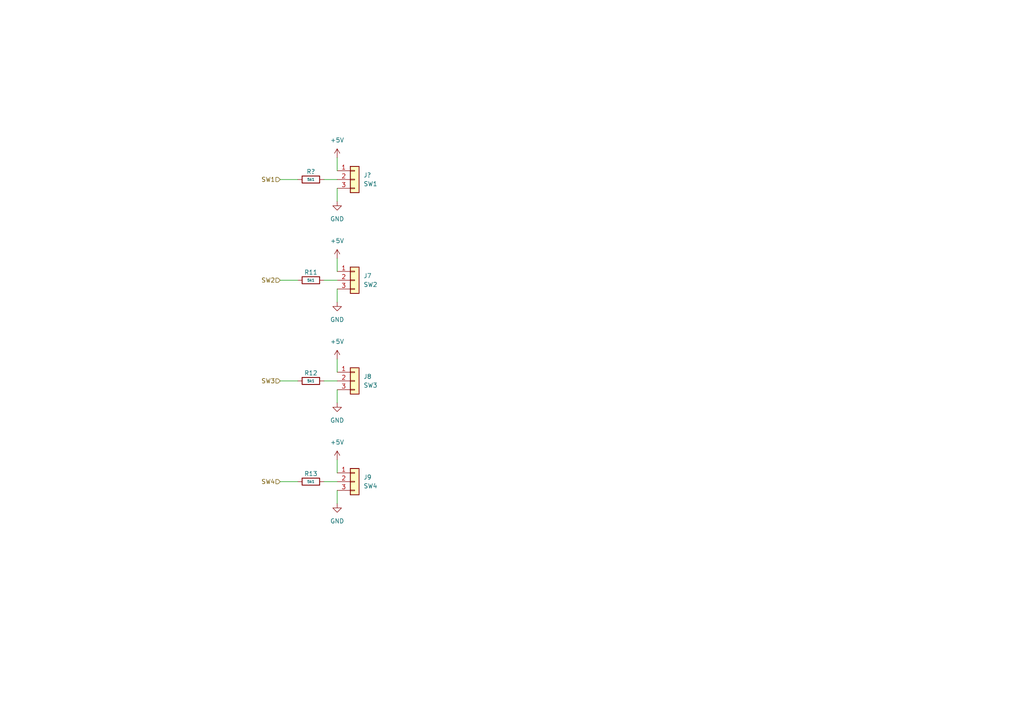
<source format=kicad_sch>
(kicad_sch (version 20250114) (generator "eeschema") (generator_version "9.0")
  (paper "A4")
  (lib_symbols
    (symbol "Connector_Generic:Conn_01x03" (pin_names (offset 1.016) (hide yes))
      (property "Reference" "J" (at 0 5.08 0))
      (property "Value" "Conn_01x03" (at 0 -5.08 0))
      (symbol "Conn_01x03_1_1"
        (rectangle (start -1.27 3.81) (end 1.27 -3.81) (stroke (width 0.254)) (fill (type background)))
        (rectangle (start -1.27 2.667) (end 0 2.413) (stroke (width 0.1524)))
        (rectangle (start -1.27 0.127) (end 0 -0.127) (stroke (width 0.1524)))
        (rectangle (start -1.27 -2.413) (end 0 -2.667) (stroke (width 0.1524)))
        (pin passive line (at -5.08 2.54 0) (length 3.81) (name "Pin_1") (number "1"))
        (pin passive line (at -5.08 0 0) (length 3.81) (name "Pin_2") (number "2"))
        (pin passive line (at -5.08 -2.54 0) (length 3.81) (name "Pin_3") (number "3"))
      )
    )
    (symbol "Device:R" (pin_numbers (hide yes)) (pin_names (offset 0))
      (property "Reference" "R" (at 2.032 0 90))
      (property "Value" "R" (at 0 0 90))
      (symbol "R_0_1"
        (rectangle (start -1.016 -2.54) (end 1.016 2.54) (stroke (width 0.254)))
      )
      (symbol "R_1_1"
        (pin passive line (at 0 3.81 270) (length 1.27) (name "~") (number "1"))
        (pin passive line (at 0 -3.81 90) (length 1.27) (name "~") (number "2"))
      )
    )
    (symbol "power:+5V" (power) (pin_numbers (hide yes)) (pin_names (offset 0) (hide yes))
      (property "Value" "+5V" (at 0 3.556 0))
      (symbol "+5V_0_1"
        (polyline (pts (xy -0.762 1.27) (xy 0 2.54)))
        (polyline (pts (xy 0 2.54) (xy 0.762 1.27)))
        (polyline (pts (xy 0 0) (xy 0 2.54)))
      )
      (symbol "+5V_1_1"
        (pin power_in line (at 0 0 90) (length 0) (name "~") (number "1"))
      )
    )
    (symbol "power:GND" (power) (pin_numbers (hide yes)) (pin_names (offset 0) (hide yes))
      (property "Value" "GND" (at 0 -3.81 0))
      (symbol "GND_0_1"
        (polyline (pts (xy 0 0) (xy 0 -1.27) (xy 1.27 -1.27) (xy 0 -2.54) (xy -1.27 -1.27) (xy 0 -1.27)))
      )
      (symbol "GND_1_1"
        (pin power_in line (at 0 0 270) (length 0) (name "~") (number "1"))
      )
    )
  )
  (wire (pts (xy 97.79 54.61) (xy 97.79 58.42)))
  (wire (pts (xy 97.79 113.03) (xy 97.79 116.84)))
  (wire (pts (xy 97.79 133.35) (xy 97.79 137.16)))
  (wire (pts (xy 81.28 139.7) (xy 86.36 139.7)))
  (wire (pts (xy 97.79 83.82) (xy 97.79 87.63)))
  (wire (pts (xy 97.79 74.93) (xy 97.79 78.74)))
  (wire (pts (xy 93.98 139.7) (xy 97.79 139.7)))
  (wire (pts (xy 93.98 110.49) (xy 97.79 110.49)))
  (wire (pts (xy 81.28 81.28) (xy 86.36 81.28)))
  (wire (pts (xy 97.79 142.24) (xy 97.79 146.05)))
  (wire (pts (xy 97.79 104.14) (xy 97.79 107.95)))
  (wire (pts (xy 81.28 110.49) (xy 86.36 110.49)))
  (wire (pts (xy 97.79 45.72) (xy 97.79 49.53)))
  (wire (pts (xy 93.98 81.28) (xy 97.79 81.28)))
  (wire (pts (xy 81.28 52.07) (xy 86.36 52.07)))
  (wire (pts (xy 93.98 52.07) (xy 97.79 52.07)))
  (hierarchical_label "SW2" (shape input) (at 81.28 81.28 180))
  (hierarchical_label "SW1" (shape input) (at 81.28 52.07 180))
  (hierarchical_label "SW4" (shape input) (at 81.28 139.7 180))
  (hierarchical_label "SW3" (shape input) (at 81.28 110.49 180))
  (symbol (lib_id "Device:R") (at 90.17 81.28 90) (unit 1)
    (property "Reference" "R11" (at 90.17 78.994 90))
    (property "Value" "5k1" (at 90.17 81.28 90) (effects (font (size 0.762 0.762))))
    (property "Footprint" "Resistor_SMD:R_0603_1608Metric" (effects (hide yes)))
    (property "Description" "Resistor" (effects (hide yes)))
  )
  (symbol (lib_id "Connector_Generic:Conn_01x03") (at 102.87 52.07 0) (unit 1)
    (property "Reference" "J6" (at 105.41 50.7999 0) (effects (justify left)))
    (property "Value" "SW1" (at 105.41 53.3399 0) (effects (justify left)))
    (property "Footprint" "Connector_PinHeader_2.54mm:PinHeader_1x03_P2.54mm_Vertical" (effects (hide yes)))
    (property "Description" "Generic connector, single row, 01x03, script generated (kicad-library-utils/schlib/autogen/connector/)" (effects (hide yes)))
    (instances (project "" (path "" (reference "J?") (unit 1)) (path "" (reference "J6") (unit 1))))
  )
  (symbol (lib_id "Device:R") (at 90.17 110.49 90) (unit 1)
    (property "Reference" "R12" (at 90.17 108.204 90))
    (property "Value" "5k1" (at 90.17 110.49 90) (effects (font (size 0.762 0.762))))
    (property "Footprint" "Resistor_SMD:R_0603_1608Metric" (effects (hide yes)))
    (property "Description" "Resistor" (effects (hide yes)))
  )
  (symbol (lib_id "power:+5V") (at 97.79 45.72 0) (unit 1)
    (property "Reference" "#PWR030" (effects (hide yes)))
    (property "Value" "+5V" (at 97.79 40.64 0))
    (property "Description" "Power symbol creates a global label with name \"+5V\"" (effects (hide yes)))
  )
  (symbol (lib_id "Device:R") (at 90.17 52.07 90) (unit 1)
    (property "Reference" "R10" (at 90.17 49.784 90))
    (property "Value" "5k1" (at 90.17 52.07 90) (effects (font (size 0.762 0.762))))
    (property "Footprint" "Resistor_SMD:R_0603_1608Metric" (effects (hide yes)))
    (property "Description" "Resistor" (effects (hide yes)))
    (instances (project "" (path "" (reference "R?") (unit 1)) (path "" (reference "R10") (unit 1))))
  )
  (symbol (lib_id "Device:R") (at 90.17 139.7 90) (unit 1)
    (property "Reference" "R13" (at 90.17 137.414 90))
    (property "Value" "5k1" (at 90.17 139.7 90) (effects (font (size 0.762 0.762))))
    (property "Footprint" "Resistor_SMD:R_0603_1608Metric" (effects (hide yes)))
    (property "Description" "Resistor" (effects (hide yes)))
  )
  (symbol (lib_id "Connector_Generic:Conn_01x03") (at 102.87 110.49 0) (unit 1)
    (property "Reference" "J8" (at 105.41 109.2199 0) (effects (justify left)))
    (property "Value" "SW3" (at 105.41 111.7599 0) (effects (justify left)))
    (property "Footprint" "Connector_PinHeader_2.54mm:PinHeader_1x03_P2.54mm_Vertical" (effects (hide yes)))
    (property "Description" "Generic connector, single row, 01x03, script generated (kicad-library-utils/schlib/autogen/connector/)" (effects (hide yes)))
  )
  (symbol (lib_id "power:+5V") (at 97.79 104.14 0) (unit 1)
    (property "Reference" "#PWR034" (effects (hide yes)))
    (property "Value" "+5V" (at 97.79 99.06 0))
    (property "Description" "Power symbol creates a global label with name \"+5V\"" (effects (hide yes)))
  )
  (symbol (lib_id "Connector_Generic:Conn_01x03") (at 102.87 81.28 0) (unit 1)
    (property "Reference" "J7" (at 105.41 80.0099 0) (effects (justify left)))
    (property "Value" "SW2" (at 105.41 82.5499 0) (effects (justify left)))
    (property "Footprint" "Connector_PinHeader_2.54mm:PinHeader_1x03_P2.54mm_Vertical" (effects (hide yes)))
    (property "Description" "Generic connector, single row, 01x03, script generated (kicad-library-utils/schlib/autogen/connector/)" (effects (hide yes)))
  )
  (symbol (lib_id "power:GND") (at 97.79 146.05 0) (unit 1)
    (property "Reference" "#PWR037" (effects (hide yes)))
    (property "Value" "GND" (at 97.79 151.13 0))
    (property "Description" "Power symbol creates a global label with name \"GND\" , ground" (effects (hide yes)))
  )
  (symbol (lib_id "power:GND") (at 97.79 87.63 0) (unit 1)
    (property "Reference" "#PWR033" (effects (hide yes)))
    (property "Value" "GND" (at 97.79 92.71 0))
    (property "Description" "Power symbol creates a global label with name \"GND\" , ground" (effects (hide yes)))
  )
  (symbol (lib_id "Connector_Generic:Conn_01x03") (at 102.87 139.7 0) (unit 1)
    (property "Reference" "J9" (at 105.41 138.4299 0) (effects (justify left)))
    (property "Value" "SW4" (at 105.41 140.9699 0) (effects (justify left)))
    (property "Footprint" "Connector_PinHeader_2.54mm:PinHeader_1x03_P2.54mm_Vertical" (effects (hide yes)))
    (property "Description" "Generic connector, single row, 01x03, script generated (kicad-library-utils/schlib/autogen/connector/)" (effects (hide yes)))
  )
  (symbol (lib_id "power:+5V") (at 97.79 133.35 0) (unit 1)
    (property "Reference" "#PWR036" (effects (hide yes)))
    (property "Value" "+5V" (at 97.79 128.27 0))
    (property "Description" "Power symbol creates a global label with name \"+5V\"" (effects (hide yes)))
  )
  (symbol (lib_id "power:+5V") (at 97.79 74.93 0) (unit 1)
    (property "Reference" "#PWR032" (effects (hide yes)))
    (property "Value" "+5V" (at 97.79 69.85 0))
    (property "Description" "Power symbol creates a global label with name \"+5V\"" (effects (hide yes)))
  )
  (symbol (lib_id "power:GND") (at 97.79 58.42 0) (unit 1)
    (property "Reference" "#PWR031" (effects (hide yes)))
    (property "Value" "GND" (at 97.79 63.5 0))
    (property "Description" "Power symbol creates a global label with name \"GND\" , ground" (effects (hide yes)))
    (instances (project "" (path "" (reference "#PWR?") (unit 1)) (path "" (reference "#PWR031") (unit 1))))
  )
  (symbol (lib_id "power:GND") (at 97.79 116.84 0) (unit 1)
    (property "Reference" "#PWR035" (effects (hide yes)))
    (property "Value" "GND" (at 97.79 121.92 0))
    (property "Description" "Power symbol creates a global label with name \"GND\" , ground" (effects (hide yes)))
  )
)
</source>
